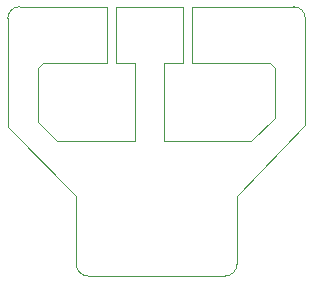
<source format=gbr>
G04 #@! TF.GenerationSoftware,KiCad,Pcbnew,(5.1.0-0)*
G04 #@! TF.CreationDate,2020-01-05T16:35:47-08:00*
G04 #@! TF.ProjectId,sapflow_gauge,73617066-6c6f-4775-9f67-617567652e6b,rev?*
G04 #@! TF.SameCoordinates,Original*
G04 #@! TF.FileFunction,Profile,NP*
%FSLAX46Y46*%
G04 Gerber Fmt 4.6, Leading zero omitted, Abs format (unit mm)*
G04 Created by KiCad (PCBNEW (5.1.0-0)) date 2020-01-05 16:35:47*
%MOMM*%
%LPD*%
G04 APERTURE LIST*
%ADD10C,0.050000*%
G04 APERTURE END LIST*
D10*
X114800000Y-128200000D02*
G75*
G02X113800000Y-127200000I0J1000000D01*
G01*
X127400000Y-127200000D02*
G75*
G02X126400000Y-128200000I-1000000J0D01*
G01*
X108000000Y-106400000D02*
G75*
G02X109000000Y-105400000I1000000J0D01*
G01*
X132200000Y-105400000D02*
G75*
G02X133200000Y-106400000I0J-1000000D01*
G01*
X113800000Y-121400000D02*
X113800000Y-122600000D01*
X108000000Y-115600000D02*
X113800000Y-121400000D01*
X108000000Y-115200000D02*
X108000000Y-115600000D01*
X108000000Y-106400000D02*
X108000000Y-115200000D01*
X116400000Y-105400000D02*
X109000000Y-105400000D01*
X116400000Y-110200000D02*
X116400000Y-105400000D01*
X111000000Y-110200000D02*
X116400000Y-110200000D01*
X110600000Y-110600000D02*
X111000000Y-110200000D01*
X110600000Y-115200000D02*
X110600000Y-110600000D01*
X112200000Y-116800000D02*
X110600000Y-115200000D01*
X118800000Y-116800000D02*
X112200000Y-116800000D01*
X118800000Y-110200000D02*
X118800000Y-116800000D01*
X117200000Y-110200000D02*
X118800000Y-110200000D01*
X117200000Y-105400000D02*
X117200000Y-110200000D01*
X122800000Y-105400000D02*
X117200000Y-105400000D01*
X122800000Y-110200000D02*
X122800000Y-105400000D01*
X121200000Y-110200000D02*
X122800000Y-110200000D01*
X121200000Y-116800000D02*
X121200000Y-110200000D01*
X128600000Y-116800000D02*
X121200000Y-116800000D01*
X130600000Y-114800000D02*
X128600000Y-116800000D01*
X130600000Y-110600000D02*
X130600000Y-114800000D01*
X130200000Y-110200000D02*
X130600000Y-110600000D01*
X123600000Y-110200000D02*
X130200000Y-110200000D01*
X123600000Y-105400000D02*
X123600000Y-110200000D01*
X132200000Y-105400000D02*
X123600000Y-105400000D01*
X133200000Y-115400000D02*
X133200000Y-106400000D01*
X127400000Y-121400000D02*
X133200000Y-115400000D01*
X127400000Y-122600000D02*
X127400000Y-121400000D01*
X113800000Y-127200000D02*
X113800000Y-122600000D01*
X126400000Y-128200000D02*
X114800000Y-128200000D01*
X127400000Y-124800000D02*
X127400000Y-122600000D01*
X127400000Y-127200000D02*
X127400000Y-124800000D01*
M02*

</source>
